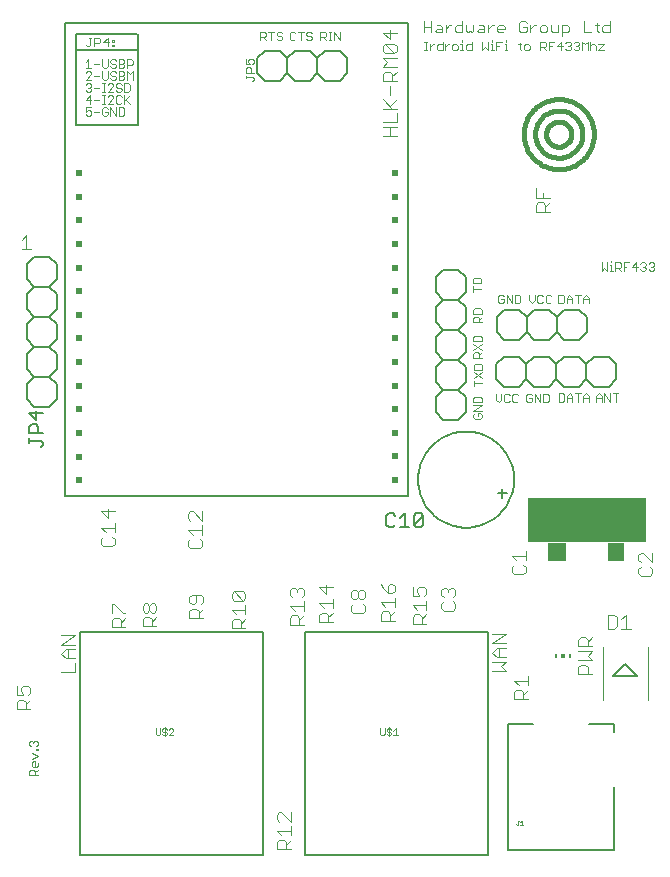
<source format=gto>
G75*
G70*
%OFA0B0*%
%FSLAX24Y24*%
%IPPOS*%
%LPD*%
%AMOC8*
5,1,8,0,0,1.08239X$1,22.5*
%
%ADD10C,0.0030*%
%ADD11C,0.0020*%
%ADD12C,0.0040*%
%ADD13C,0.0160*%
%ADD14C,0.0059*%
%ADD15R,0.0200X0.0200*%
%ADD16C,0.0050*%
%ADD17C,0.0060*%
%ADD18C,0.0080*%
%ADD19C,0.0010*%
%ADD20R,0.0059X0.0118*%
%ADD21R,0.0118X0.0118*%
%ADD22R,0.3937X0.1496*%
%ADD23R,0.0591X0.0630*%
%ADD24R,0.0551X0.0630*%
D10*
X008083Y027406D02*
X008083Y027496D01*
X008083Y027451D02*
X008308Y027451D01*
X008353Y027406D01*
X008353Y027361D01*
X008308Y027316D01*
X008263Y027593D02*
X008263Y027728D01*
X008218Y027773D01*
X008128Y027773D01*
X008083Y027728D01*
X008083Y027593D01*
X008353Y027593D01*
X008308Y027869D02*
X008353Y027914D01*
X008353Y028004D01*
X008308Y028049D01*
X008218Y028049D01*
X008173Y028004D01*
X008173Y027959D01*
X008218Y027869D01*
X008083Y027869D01*
X008083Y028049D01*
X003685Y028469D02*
X003636Y028469D01*
X003636Y028518D01*
X003685Y028518D01*
X003685Y028469D01*
X003685Y028614D02*
X003636Y028614D01*
X003636Y028663D01*
X003685Y028663D01*
X003685Y028614D01*
X003535Y028614D02*
X003342Y028614D01*
X003487Y028759D01*
X003487Y028469D01*
X003241Y028614D02*
X003241Y028711D01*
X003192Y028759D01*
X003047Y028759D01*
X003047Y028469D01*
X003047Y028566D02*
X003192Y028566D01*
X003241Y028614D01*
X002946Y028759D02*
X002849Y028759D01*
X002898Y028759D02*
X002898Y028518D01*
X002849Y028469D01*
X002801Y028469D01*
X002753Y028518D01*
X014020Y028935D02*
X014020Y029305D01*
X014020Y029120D02*
X014267Y029120D01*
X014389Y028996D02*
X014451Y028935D01*
X014636Y028935D01*
X014636Y029120D01*
X014574Y029182D01*
X014451Y029182D01*
X014451Y029058D02*
X014636Y029058D01*
X014757Y029058D02*
X014881Y029182D01*
X014942Y029182D01*
X015064Y029120D02*
X015126Y029182D01*
X015311Y029182D01*
X015432Y029182D02*
X015432Y028996D01*
X015494Y028935D01*
X015556Y028996D01*
X015617Y028935D01*
X015679Y028996D01*
X015679Y029182D01*
X015862Y029182D02*
X015986Y029182D01*
X016048Y029120D01*
X016048Y028935D01*
X015862Y028935D01*
X015801Y028996D01*
X015862Y029058D01*
X016048Y029058D01*
X016169Y029058D02*
X016292Y029182D01*
X016354Y029182D01*
X016476Y029120D02*
X016538Y029182D01*
X016661Y029182D01*
X016723Y029120D01*
X016723Y029058D01*
X016476Y029058D01*
X016476Y028996D02*
X016476Y029120D01*
X016476Y028996D02*
X016538Y028935D01*
X016661Y028935D01*
X016169Y028935D02*
X016169Y029182D01*
X015311Y029305D02*
X015311Y028935D01*
X015126Y028935D01*
X015064Y028996D01*
X015064Y029120D01*
X014757Y029182D02*
X014757Y028935D01*
X014451Y029058D02*
X014389Y028996D01*
X014267Y028935D02*
X014267Y029305D01*
X017213Y029243D02*
X017213Y028996D01*
X017274Y028935D01*
X017398Y028935D01*
X017459Y028996D01*
X017459Y029120D01*
X017336Y029120D01*
X017459Y029243D02*
X017398Y029305D01*
X017274Y029305D01*
X017213Y029243D01*
X017581Y029182D02*
X017581Y028935D01*
X017581Y029058D02*
X017704Y029182D01*
X017766Y029182D01*
X017888Y029120D02*
X017888Y028996D01*
X017949Y028935D01*
X018073Y028935D01*
X018135Y028996D01*
X018135Y029120D01*
X018073Y029182D01*
X017949Y029182D01*
X017888Y029120D01*
X018256Y029182D02*
X018256Y028996D01*
X018318Y028935D01*
X018503Y028935D01*
X018503Y029182D01*
X018624Y029182D02*
X018624Y028811D01*
X018624Y028935D02*
X018810Y028935D01*
X018871Y028996D01*
X018871Y029120D01*
X018810Y029182D01*
X018624Y029182D01*
X019361Y029305D02*
X019361Y028935D01*
X019608Y028935D01*
X019791Y028996D02*
X019853Y028935D01*
X019791Y028996D02*
X019791Y029243D01*
X019729Y029182D02*
X019853Y029182D01*
X019975Y029120D02*
X020037Y029182D01*
X020222Y029182D01*
X020222Y029305D02*
X020222Y028935D01*
X020037Y028935D01*
X019975Y028996D01*
X019975Y029120D01*
D11*
X020035Y028532D02*
X019848Y028532D01*
X019759Y028486D02*
X019759Y028345D01*
X019848Y028345D02*
X020035Y028345D01*
X020035Y028532D02*
X019848Y028345D01*
X019759Y028486D02*
X019712Y028532D01*
X019619Y028532D01*
X019572Y028486D01*
X019572Y028626D02*
X019572Y028345D01*
X019483Y028345D02*
X019483Y028626D01*
X019389Y028532D01*
X019296Y028626D01*
X019296Y028345D01*
X019207Y028392D02*
X019160Y028345D01*
X019066Y028345D01*
X019020Y028392D01*
X018930Y028392D02*
X018884Y028345D01*
X018790Y028345D01*
X018744Y028392D01*
X018654Y028486D02*
X018467Y028486D01*
X018607Y028626D01*
X018607Y028345D01*
X018837Y028486D02*
X018884Y028486D01*
X018930Y028439D01*
X018930Y028392D01*
X018884Y028486D02*
X018930Y028532D01*
X018930Y028579D01*
X018884Y028626D01*
X018790Y028626D01*
X018744Y028579D01*
X019020Y028579D02*
X019066Y028626D01*
X019160Y028626D01*
X019207Y028579D01*
X019207Y028532D01*
X019160Y028486D01*
X019207Y028439D01*
X019207Y028392D01*
X019160Y028486D02*
X019113Y028486D01*
X018378Y028626D02*
X018191Y028626D01*
X018191Y028345D01*
X018102Y028345D02*
X018008Y028439D01*
X018055Y028439D02*
X017915Y028439D01*
X017915Y028345D02*
X017915Y028626D01*
X018055Y028626D01*
X018102Y028579D01*
X018102Y028486D01*
X018055Y028439D01*
X018191Y028486D02*
X018284Y028486D01*
X017549Y028486D02*
X017502Y028532D01*
X017409Y028532D01*
X017362Y028486D01*
X017362Y028392D01*
X017409Y028345D01*
X017502Y028345D01*
X017549Y028392D01*
X017549Y028486D01*
X017272Y028532D02*
X017178Y028532D01*
X017225Y028579D02*
X017225Y028392D01*
X017272Y028345D01*
X016811Y028345D02*
X016718Y028345D01*
X016765Y028345D02*
X016765Y028532D01*
X016718Y028532D01*
X016765Y028626D02*
X016765Y028672D01*
X016628Y028626D02*
X016442Y028626D01*
X016442Y028345D01*
X016351Y028345D02*
X016257Y028345D01*
X016304Y028345D02*
X016304Y028532D01*
X016257Y028532D01*
X016304Y028626D02*
X016304Y028672D01*
X016168Y028626D02*
X016168Y028345D01*
X016075Y028439D01*
X015981Y028345D01*
X015981Y028626D01*
X015616Y028626D02*
X015616Y028345D01*
X015475Y028345D01*
X015429Y028392D01*
X015429Y028486D01*
X015475Y028532D01*
X015616Y028532D01*
X015291Y028532D02*
X015291Y028345D01*
X015245Y028345D02*
X015338Y028345D01*
X015155Y028392D02*
X015155Y028486D01*
X015108Y028532D01*
X015015Y028532D01*
X014968Y028486D01*
X014968Y028392D01*
X015015Y028345D01*
X015108Y028345D01*
X015155Y028392D01*
X015245Y028532D02*
X015291Y028532D01*
X015291Y028626D02*
X015291Y028672D01*
X014878Y028532D02*
X014832Y028532D01*
X014738Y028439D01*
X014738Y028532D02*
X014738Y028345D01*
X014649Y028345D02*
X014509Y028345D01*
X014462Y028392D01*
X014462Y028486D01*
X014509Y028532D01*
X014649Y028532D01*
X014649Y028626D02*
X014649Y028345D01*
X014372Y028532D02*
X014325Y028532D01*
X014232Y028439D01*
X014232Y028532D02*
X014232Y028345D01*
X014141Y028345D02*
X014048Y028345D01*
X014094Y028345D02*
X014094Y028626D01*
X014048Y028626D02*
X014141Y028626D01*
X016442Y028486D02*
X016535Y028486D01*
X011224Y028676D02*
X011224Y028956D01*
X011037Y028956D02*
X011224Y028676D01*
X011037Y028676D02*
X011037Y028956D01*
X010947Y028956D02*
X010853Y028956D01*
X010900Y028956D02*
X010900Y028676D01*
X010853Y028676D02*
X010947Y028676D01*
X010764Y028676D02*
X010670Y028769D01*
X010717Y028769D02*
X010577Y028769D01*
X010577Y028676D02*
X010577Y028956D01*
X010717Y028956D01*
X010764Y028909D01*
X010764Y028816D01*
X010717Y028769D01*
X010293Y028769D02*
X010293Y028722D01*
X010246Y028676D01*
X010153Y028676D01*
X010106Y028722D01*
X010153Y028816D02*
X010246Y028816D01*
X010293Y028769D01*
X010293Y028909D02*
X010246Y028956D01*
X010153Y028956D01*
X010106Y028909D01*
X010106Y028862D01*
X010153Y028816D01*
X010016Y028956D02*
X009830Y028956D01*
X009923Y028956D02*
X009923Y028676D01*
X009740Y028722D02*
X009693Y028676D01*
X009600Y028676D01*
X009553Y028722D01*
X009553Y028909D01*
X009600Y028956D01*
X009693Y028956D01*
X009740Y028909D01*
X009308Y028909D02*
X009262Y028956D01*
X009168Y028956D01*
X009122Y028909D01*
X009122Y028862D01*
X009168Y028816D01*
X009262Y028816D01*
X009308Y028769D01*
X009308Y028722D01*
X009262Y028676D01*
X009168Y028676D01*
X009122Y028722D01*
X008939Y028676D02*
X008939Y028956D01*
X009032Y028956D02*
X008845Y028956D01*
X008756Y028909D02*
X008756Y028816D01*
X008709Y028769D01*
X008569Y028769D01*
X008569Y028676D02*
X008569Y028956D01*
X008709Y028956D01*
X008756Y028909D01*
X008663Y028769D02*
X008756Y028676D01*
X004319Y027988D02*
X004319Y027895D01*
X004273Y027848D01*
X004132Y027848D01*
X004043Y027848D02*
X004043Y027801D01*
X003996Y027755D01*
X003856Y027755D01*
X003856Y028035D01*
X003996Y028035D01*
X004043Y027988D01*
X004043Y027941D01*
X003996Y027895D01*
X003856Y027895D01*
X003767Y027848D02*
X003767Y027801D01*
X003720Y027755D01*
X003627Y027755D01*
X003580Y027801D01*
X003491Y027801D02*
X003491Y028035D01*
X003580Y027988D02*
X003580Y027941D01*
X003627Y027895D01*
X003720Y027895D01*
X003767Y027848D01*
X003767Y027988D02*
X003720Y028035D01*
X003627Y028035D01*
X003580Y027988D01*
X003491Y027801D02*
X003444Y027755D01*
X003350Y027755D01*
X003304Y027801D01*
X003304Y028035D01*
X003214Y027895D02*
X003028Y027895D01*
X002938Y027755D02*
X002751Y027755D01*
X002845Y027755D02*
X002845Y028035D01*
X002751Y027941D01*
X002798Y027635D02*
X002751Y027588D01*
X002798Y027635D02*
X002891Y027635D01*
X002938Y027588D01*
X002938Y027541D01*
X002751Y027355D01*
X002938Y027355D01*
X002891Y027235D02*
X002938Y027188D01*
X002938Y027141D01*
X002891Y027095D01*
X002938Y027048D01*
X002938Y027001D01*
X002891Y026955D01*
X002798Y026955D01*
X002751Y027001D01*
X002845Y027095D02*
X002891Y027095D01*
X003028Y027095D02*
X003214Y027095D01*
X003304Y027235D02*
X003397Y027235D01*
X003350Y027235D02*
X003350Y026955D01*
X003304Y026955D02*
X003397Y026955D01*
X003488Y026955D02*
X003675Y027141D01*
X003675Y027188D01*
X003628Y027235D01*
X003535Y027235D01*
X003488Y027188D01*
X003444Y027355D02*
X003491Y027401D01*
X003491Y027635D01*
X003580Y027588D02*
X003580Y027541D01*
X003627Y027495D01*
X003720Y027495D01*
X003767Y027448D01*
X003767Y027401D01*
X003720Y027355D01*
X003627Y027355D01*
X003580Y027401D01*
X003444Y027355D02*
X003350Y027355D01*
X003304Y027401D01*
X003304Y027635D01*
X003214Y027495D02*
X003028Y027495D01*
X002891Y027235D02*
X002798Y027235D01*
X002751Y027188D01*
X002891Y026835D02*
X002751Y026695D01*
X002938Y026695D01*
X003028Y026695D02*
X003214Y026695D01*
X003304Y026835D02*
X003397Y026835D01*
X003350Y026835D02*
X003350Y026555D01*
X003304Y026555D02*
X003397Y026555D01*
X003488Y026555D02*
X003675Y026741D01*
X003675Y026788D01*
X003628Y026835D01*
X003535Y026835D01*
X003488Y026788D01*
X003488Y026955D02*
X003675Y026955D01*
X003764Y027001D02*
X003811Y026955D01*
X003904Y026955D01*
X003951Y027001D01*
X003951Y027048D01*
X003904Y027095D01*
X003811Y027095D01*
X003764Y027141D01*
X003764Y027188D01*
X003811Y027235D01*
X003904Y027235D01*
X003951Y027188D01*
X004040Y027235D02*
X004040Y026955D01*
X004181Y026955D01*
X004227Y027001D01*
X004227Y027188D01*
X004181Y027235D01*
X004040Y027235D01*
X003996Y027355D02*
X004043Y027401D01*
X004043Y027448D01*
X003996Y027495D01*
X003856Y027495D01*
X003767Y027588D02*
X003720Y027635D01*
X003627Y027635D01*
X003580Y027588D01*
X003856Y027635D02*
X003856Y027355D01*
X003996Y027355D01*
X004132Y027355D02*
X004132Y027635D01*
X004226Y027541D01*
X004319Y027635D01*
X004319Y027355D01*
X004043Y027541D02*
X003996Y027495D01*
X004043Y027541D02*
X004043Y027588D01*
X003996Y027635D01*
X003856Y027635D01*
X004043Y027848D02*
X003996Y027895D01*
X004132Y027755D02*
X004132Y028035D01*
X004273Y028035D01*
X004319Y027988D01*
X004227Y026835D02*
X004040Y026648D01*
X004087Y026695D02*
X004227Y026555D01*
X004040Y026555D02*
X004040Y026835D01*
X003951Y026788D02*
X003904Y026835D01*
X003811Y026835D01*
X003764Y026788D01*
X003764Y026601D01*
X003811Y026555D01*
X003904Y026555D01*
X003951Y026601D01*
X003996Y026435D02*
X003856Y026435D01*
X003856Y026155D01*
X003996Y026155D01*
X004043Y026201D01*
X004043Y026388D01*
X003996Y026435D01*
X003767Y026435D02*
X003767Y026155D01*
X003580Y026435D01*
X003580Y026155D01*
X003491Y026201D02*
X003491Y026295D01*
X003397Y026295D01*
X003304Y026388D02*
X003304Y026201D01*
X003350Y026155D01*
X003444Y026155D01*
X003491Y026201D01*
X003491Y026388D02*
X003444Y026435D01*
X003350Y026435D01*
X003304Y026388D01*
X003214Y026295D02*
X003028Y026295D01*
X002938Y026295D02*
X002938Y026201D01*
X002891Y026155D01*
X002798Y026155D01*
X002751Y026201D01*
X002751Y026295D02*
X002845Y026341D01*
X002891Y026341D01*
X002938Y026295D01*
X002938Y026435D02*
X002751Y026435D01*
X002751Y026295D01*
X002891Y026555D02*
X002891Y026835D01*
X003488Y026555D02*
X003675Y026555D01*
X015654Y020706D02*
X015654Y020566D01*
X015934Y020566D01*
X015934Y020706D01*
X015888Y020753D01*
X015701Y020753D01*
X015654Y020706D01*
X015654Y020477D02*
X015654Y020290D01*
X015654Y020383D02*
X015934Y020383D01*
X016508Y020132D02*
X016508Y019945D01*
X016555Y019898D01*
X016648Y019898D01*
X016695Y019945D01*
X016695Y020038D01*
X016602Y020038D01*
X016695Y020132D02*
X016648Y020179D01*
X016555Y020179D01*
X016508Y020132D01*
X016785Y020179D02*
X016785Y019898D01*
X016971Y019898D02*
X016785Y020179D01*
X016971Y020179D02*
X016971Y019898D01*
X017061Y019898D02*
X017061Y020179D01*
X017201Y020179D01*
X017248Y020132D01*
X017248Y019945D01*
X017201Y019898D01*
X017061Y019898D01*
X017531Y019999D02*
X017624Y019906D01*
X017718Y019999D01*
X017718Y020186D01*
X017807Y020139D02*
X017807Y019952D01*
X017854Y019906D01*
X017947Y019906D01*
X017994Y019952D01*
X018083Y019952D02*
X018130Y019906D01*
X018223Y019906D01*
X018270Y019952D01*
X018083Y019952D02*
X018083Y020139D01*
X018130Y020186D01*
X018223Y020186D01*
X018270Y020139D01*
X018513Y020189D02*
X018513Y019908D01*
X018653Y019908D01*
X018700Y019955D01*
X018700Y020142D01*
X018653Y020189D01*
X018513Y020189D01*
X018789Y020095D02*
X018789Y019908D01*
X018789Y020048D02*
X018976Y020048D01*
X018976Y020095D02*
X018976Y019908D01*
X019159Y019908D02*
X019159Y020189D01*
X019252Y020189D02*
X019065Y020189D01*
X018976Y020095D02*
X018882Y020189D01*
X018789Y020095D01*
X019342Y020095D02*
X019342Y019908D01*
X019342Y020048D02*
X019528Y020048D01*
X019528Y020095D02*
X019528Y019908D01*
X019528Y020095D02*
X019435Y020189D01*
X019342Y020095D01*
X019952Y020984D02*
X020046Y021077D01*
X020139Y020984D01*
X020139Y021264D01*
X020229Y021171D02*
X020275Y021171D01*
X020275Y020984D01*
X020229Y020984D02*
X020322Y020984D01*
X020413Y020984D02*
X020413Y021264D01*
X020553Y021264D01*
X020599Y021217D01*
X020599Y021124D01*
X020553Y021077D01*
X020413Y021077D01*
X020506Y021077D02*
X020599Y020984D01*
X020689Y020984D02*
X020689Y021264D01*
X020876Y021264D01*
X020965Y021124D02*
X021152Y021124D01*
X021241Y021217D02*
X021288Y021264D01*
X021381Y021264D01*
X021428Y021217D01*
X021428Y021171D01*
X021381Y021124D01*
X021428Y021077D01*
X021428Y021031D01*
X021381Y020984D01*
X021288Y020984D01*
X021241Y021031D01*
X021335Y021124D02*
X021381Y021124D01*
X021518Y021217D02*
X021564Y021264D01*
X021658Y021264D01*
X021704Y021217D01*
X021704Y021171D01*
X021658Y021124D01*
X021704Y021077D01*
X021704Y021031D01*
X021658Y020984D01*
X021564Y020984D01*
X021518Y021031D01*
X021611Y021124D02*
X021658Y021124D01*
X021105Y020984D02*
X021105Y021264D01*
X020965Y021124D01*
X020782Y021124D02*
X020689Y021124D01*
X020275Y021264D02*
X020275Y021311D01*
X019952Y021264D02*
X019952Y020984D01*
X017994Y020139D02*
X017947Y020186D01*
X017854Y020186D01*
X017807Y020139D01*
X017531Y020186D02*
X017531Y019999D01*
X015956Y019684D02*
X015910Y019731D01*
X015723Y019731D01*
X015676Y019684D01*
X015676Y019544D01*
X015956Y019544D01*
X015956Y019684D01*
X015956Y019454D02*
X015863Y019361D01*
X015863Y019408D02*
X015863Y019268D01*
X015956Y019268D02*
X015676Y019268D01*
X015676Y019408D01*
X015723Y019454D01*
X015816Y019454D01*
X015863Y019408D01*
X015910Y018822D02*
X015723Y018822D01*
X015676Y018776D01*
X015676Y018636D01*
X015956Y018636D01*
X015956Y018776D01*
X015910Y018822D01*
X015956Y018546D02*
X015676Y018359D01*
X015723Y018270D02*
X015676Y018223D01*
X015676Y018083D01*
X015956Y018083D01*
X015863Y018083D02*
X015863Y018223D01*
X015816Y018270D01*
X015723Y018270D01*
X015863Y018177D02*
X015956Y018270D01*
X015956Y018359D02*
X015676Y018546D01*
X015730Y017880D02*
X015683Y017834D01*
X015683Y017694D01*
X015964Y017694D01*
X015964Y017834D01*
X015917Y017880D01*
X015730Y017880D01*
X015683Y017604D02*
X015964Y017417D01*
X015964Y017234D02*
X015683Y017234D01*
X015683Y017141D02*
X015683Y017328D01*
X015683Y017417D02*
X015964Y017604D01*
X015910Y016792D02*
X015723Y016792D01*
X015676Y016745D01*
X015676Y016605D01*
X015956Y016605D01*
X015956Y016745D01*
X015910Y016792D01*
X015956Y016516D02*
X015676Y016516D01*
X015676Y016329D02*
X015956Y016516D01*
X015956Y016329D02*
X015676Y016329D01*
X015723Y016240D02*
X015676Y016193D01*
X015676Y016100D01*
X015723Y016053D01*
X015910Y016053D01*
X015956Y016100D01*
X015956Y016193D01*
X015910Y016240D01*
X015816Y016240D01*
X015816Y016146D01*
X016425Y016696D02*
X016518Y016603D01*
X016612Y016696D01*
X016612Y016883D01*
X016701Y016837D02*
X016701Y016650D01*
X016748Y016603D01*
X016841Y016603D01*
X016888Y016650D01*
X016977Y016650D02*
X017024Y016603D01*
X017117Y016603D01*
X017164Y016650D01*
X017164Y016837D02*
X017117Y016883D01*
X017024Y016883D01*
X016977Y016837D01*
X016977Y016650D01*
X016888Y016837D02*
X016841Y016883D01*
X016748Y016883D01*
X016701Y016837D01*
X016425Y016883D02*
X016425Y016696D01*
X017446Y016657D02*
X017493Y016610D01*
X017586Y016610D01*
X017633Y016657D01*
X017633Y016750D01*
X017540Y016750D01*
X017633Y016844D02*
X017586Y016891D01*
X017493Y016891D01*
X017446Y016844D01*
X017446Y016657D01*
X017722Y016610D02*
X017722Y016891D01*
X017909Y016610D01*
X017909Y016891D01*
X017999Y016891D02*
X017999Y016610D01*
X018139Y016610D01*
X018185Y016657D01*
X018185Y016844D01*
X018139Y016891D01*
X017999Y016891D01*
X018516Y016897D02*
X018516Y016617D01*
X018656Y016617D01*
X018703Y016663D01*
X018703Y016850D01*
X018656Y016897D01*
X018516Y016897D01*
X018792Y016804D02*
X018792Y016617D01*
X018792Y016757D02*
X018979Y016757D01*
X018979Y016804D02*
X018979Y016617D01*
X019162Y016617D02*
X019162Y016897D01*
X019255Y016897D02*
X019068Y016897D01*
X018979Y016804D02*
X018885Y016897D01*
X018792Y016804D01*
X019345Y016804D02*
X019345Y016617D01*
X019345Y016757D02*
X019531Y016757D01*
X019531Y016804D02*
X019531Y016617D01*
X019531Y016804D02*
X019438Y016897D01*
X019345Y016804D01*
X019770Y016806D02*
X019770Y016619D01*
X019770Y016760D02*
X019957Y016760D01*
X019957Y016806D02*
X019957Y016619D01*
X020046Y016619D02*
X020046Y016900D01*
X020233Y016619D01*
X020233Y016900D01*
X020323Y016900D02*
X020509Y016900D01*
X020416Y016900D02*
X020416Y016619D01*
X019957Y016806D02*
X019864Y016900D01*
X019770Y016806D01*
X013086Y005732D02*
X013086Y005511D01*
X013159Y005511D02*
X013012Y005511D01*
X012938Y005548D02*
X012938Y005585D01*
X012901Y005622D01*
X012828Y005622D01*
X012791Y005658D01*
X012791Y005695D01*
X012828Y005732D01*
X012901Y005732D01*
X012938Y005695D01*
X013012Y005658D02*
X013086Y005732D01*
X012865Y005768D02*
X012865Y005475D01*
X012901Y005511D02*
X012938Y005548D01*
X012901Y005511D02*
X012828Y005511D01*
X012791Y005548D01*
X012717Y005548D02*
X012717Y005732D01*
X012570Y005732D02*
X012570Y005548D01*
X012607Y005511D01*
X012680Y005511D01*
X012717Y005548D01*
X005679Y005511D02*
X005532Y005511D01*
X005679Y005658D01*
X005679Y005695D01*
X005642Y005732D01*
X005569Y005732D01*
X005532Y005695D01*
X005458Y005695D02*
X005421Y005732D01*
X005348Y005732D01*
X005311Y005695D01*
X005311Y005658D01*
X005348Y005622D01*
X005421Y005622D01*
X005458Y005585D01*
X005458Y005548D01*
X005421Y005511D01*
X005348Y005511D01*
X005311Y005548D01*
X005237Y005548D02*
X005237Y005732D01*
X005090Y005732D02*
X005090Y005548D01*
X005127Y005511D01*
X005200Y005511D01*
X005237Y005548D01*
X005384Y005475D02*
X005384Y005768D01*
X001153Y005280D02*
X001153Y005186D01*
X001106Y005140D01*
X001106Y005048D02*
X001153Y005048D01*
X001153Y005002D01*
X001106Y005002D01*
X001106Y005048D01*
X000966Y004912D02*
X001153Y004819D01*
X000966Y004725D01*
X001013Y004636D02*
X001059Y004636D01*
X001059Y004449D01*
X001013Y004449D02*
X000966Y004496D01*
X000966Y004589D01*
X001013Y004636D01*
X001153Y004589D02*
X001153Y004496D01*
X001106Y004449D01*
X001013Y004449D01*
X001013Y004360D02*
X001059Y004313D01*
X001059Y004173D01*
X001059Y004266D02*
X001153Y004360D01*
X001013Y004360D02*
X000919Y004360D01*
X000872Y004313D01*
X000872Y004173D01*
X001153Y004173D01*
X000919Y005140D02*
X000872Y005186D01*
X000872Y005280D01*
X000919Y005326D01*
X000966Y005326D01*
X001013Y005280D01*
X001059Y005326D01*
X001106Y005326D01*
X001153Y005280D01*
X001013Y005280D02*
X001013Y005233D01*
D12*
X000911Y006388D02*
X000451Y006388D01*
X000451Y006619D01*
X000527Y006695D01*
X000681Y006695D01*
X000758Y006619D01*
X000758Y006388D01*
X000758Y006542D02*
X000911Y006695D01*
X000834Y006849D02*
X000911Y006926D01*
X000911Y007079D01*
X000834Y007156D01*
X000681Y007156D01*
X000604Y007079D01*
X000604Y007002D01*
X000681Y006849D01*
X000451Y006849D01*
X000451Y007156D01*
X001930Y007605D02*
X002391Y007605D01*
X002391Y007912D01*
X002391Y008065D02*
X002084Y008065D01*
X001930Y008219D01*
X002084Y008372D01*
X002391Y008372D01*
X002391Y008526D02*
X001930Y008526D01*
X002391Y008833D01*
X001930Y008833D01*
X002161Y008372D02*
X002161Y008065D01*
X003622Y009107D02*
X003622Y009337D01*
X003698Y009414D01*
X003852Y009414D01*
X003928Y009337D01*
X003928Y009107D01*
X003928Y009260D02*
X004082Y009414D01*
X004082Y009567D02*
X004005Y009567D01*
X003698Y009874D01*
X003622Y009874D01*
X003622Y009567D01*
X003622Y009107D02*
X004082Y009107D01*
X004649Y009133D02*
X004649Y009363D01*
X004726Y009439D01*
X004880Y009439D01*
X004956Y009363D01*
X004956Y009133D01*
X004956Y009286D02*
X005110Y009439D01*
X005033Y009593D02*
X004956Y009593D01*
X004880Y009670D01*
X004880Y009823D01*
X004956Y009900D01*
X005033Y009900D01*
X005110Y009823D01*
X005110Y009670D01*
X005033Y009593D01*
X004880Y009670D02*
X004803Y009593D01*
X004726Y009593D01*
X004649Y009670D01*
X004649Y009823D01*
X004726Y009900D01*
X004803Y009900D01*
X004880Y009823D01*
X005110Y009133D02*
X004649Y009133D01*
X006214Y009414D02*
X006214Y009645D01*
X006290Y009721D01*
X006444Y009721D01*
X006521Y009645D01*
X006521Y009414D01*
X006674Y009414D02*
X006214Y009414D01*
X006521Y009568D02*
X006674Y009721D01*
X006597Y009875D02*
X006674Y009952D01*
X006674Y010105D01*
X006597Y010182D01*
X006290Y010182D01*
X006214Y010105D01*
X006214Y009952D01*
X006290Y009875D01*
X006367Y009875D01*
X006444Y009952D01*
X006444Y010182D01*
X007620Y010224D02*
X007620Y010071D01*
X007697Y009994D01*
X008004Y009994D01*
X007697Y010301D01*
X008004Y010301D01*
X008080Y010224D01*
X008080Y010071D01*
X008004Y009994D01*
X008080Y009840D02*
X008080Y009534D01*
X008080Y009687D02*
X007620Y009687D01*
X007774Y009534D01*
X007850Y009380D02*
X007927Y009303D01*
X007927Y009073D01*
X008080Y009073D02*
X007620Y009073D01*
X007620Y009303D01*
X007697Y009380D01*
X007850Y009380D01*
X007927Y009227D02*
X008080Y009380D01*
X007620Y010224D02*
X007697Y010301D01*
X006551Y011736D02*
X006628Y011812D01*
X006628Y011966D01*
X006551Y012043D01*
X006628Y012196D02*
X006628Y012503D01*
X006628Y012350D02*
X006167Y012350D01*
X006321Y012196D01*
X006244Y012043D02*
X006167Y011966D01*
X006167Y011812D01*
X006244Y011736D01*
X006551Y011736D01*
X006628Y012657D02*
X006321Y012963D01*
X006244Y012963D01*
X006167Y012887D01*
X006167Y012733D01*
X006244Y012657D01*
X006628Y012657D02*
X006628Y012963D01*
X003723Y012964D02*
X003263Y012964D01*
X003493Y012734D01*
X003493Y013041D01*
X003723Y012580D02*
X003723Y012273D01*
X003723Y012427D02*
X003263Y012427D01*
X003416Y012273D01*
X003339Y012120D02*
X003263Y012043D01*
X003263Y011890D01*
X003339Y011813D01*
X003646Y011813D01*
X003723Y011890D01*
X003723Y012043D01*
X003646Y012120D01*
X009569Y010347D02*
X009646Y010424D01*
X009723Y010424D01*
X009799Y010347D01*
X009876Y010424D01*
X009953Y010424D01*
X010029Y010347D01*
X010029Y010194D01*
X009953Y010117D01*
X010029Y009964D02*
X010029Y009657D01*
X010029Y009810D02*
X009569Y009810D01*
X009723Y009657D01*
X009799Y009503D02*
X009646Y009503D01*
X009569Y009427D01*
X009569Y009196D01*
X010029Y009196D01*
X009876Y009196D02*
X009876Y009427D01*
X009799Y009503D01*
X009876Y009350D02*
X010029Y009503D01*
X010539Y009518D02*
X010616Y009595D01*
X010769Y009595D01*
X010846Y009518D01*
X010846Y009288D01*
X010846Y009441D02*
X010999Y009595D01*
X010999Y009748D02*
X010999Y010055D01*
X010999Y009902D02*
X010539Y009902D01*
X010693Y009748D01*
X010539Y009518D02*
X010539Y009288D01*
X010999Y009288D01*
X011599Y009654D02*
X011676Y009577D01*
X011983Y009577D01*
X012059Y009654D01*
X012059Y009807D01*
X011983Y009884D01*
X011983Y010037D02*
X011906Y010037D01*
X011829Y010114D01*
X011829Y010267D01*
X011906Y010344D01*
X011983Y010344D01*
X012059Y010267D01*
X012059Y010114D01*
X011983Y010037D01*
X011829Y010114D02*
X011753Y010037D01*
X011676Y010037D01*
X011599Y010114D01*
X011599Y010267D01*
X011676Y010344D01*
X011753Y010344D01*
X011829Y010267D01*
X011676Y009884D02*
X011599Y009807D01*
X011599Y009654D01*
X010999Y010439D02*
X010539Y010439D01*
X010769Y010208D01*
X010769Y010515D01*
X009799Y010347D02*
X009799Y010271D01*
X009646Y010117D02*
X009569Y010194D01*
X009569Y010347D01*
X012589Y010555D02*
X012666Y010402D01*
X012819Y010248D01*
X012819Y010479D01*
X012896Y010555D01*
X012973Y010555D01*
X013049Y010479D01*
X013049Y010325D01*
X012973Y010248D01*
X012819Y010248D01*
X013049Y010095D02*
X013049Y009788D01*
X013049Y009635D02*
X012896Y009481D01*
X012896Y009558D02*
X012896Y009328D01*
X013049Y009328D02*
X012589Y009328D01*
X012589Y009558D01*
X012666Y009635D01*
X012819Y009635D01*
X012896Y009558D01*
X012743Y009788D02*
X012589Y009942D01*
X013049Y009942D01*
X013649Y009840D02*
X014109Y009840D01*
X014109Y009687D02*
X014109Y009994D01*
X014033Y010147D02*
X014109Y010224D01*
X014109Y010377D01*
X014033Y010454D01*
X013879Y010454D01*
X013803Y010377D01*
X013803Y010301D01*
X013879Y010147D01*
X013649Y010147D01*
X013649Y010454D01*
X013649Y009840D02*
X013803Y009687D01*
X013879Y009533D02*
X013956Y009457D01*
X013956Y009226D01*
X014109Y009226D02*
X013649Y009226D01*
X013649Y009457D01*
X013726Y009533D01*
X013879Y009533D01*
X013956Y009380D02*
X014109Y009533D01*
X014609Y009734D02*
X014686Y009657D01*
X014993Y009657D01*
X015069Y009734D01*
X015069Y009887D01*
X014993Y009964D01*
X014993Y010117D02*
X015069Y010194D01*
X015069Y010347D01*
X014993Y010424D01*
X014916Y010424D01*
X014839Y010347D01*
X014839Y010271D01*
X014839Y010347D02*
X014763Y010424D01*
X014686Y010424D01*
X014609Y010347D01*
X014609Y010194D01*
X014686Y010117D01*
X014686Y009964D02*
X014609Y009887D01*
X014609Y009734D01*
X016300Y008872D02*
X016761Y008872D01*
X016300Y008565D01*
X016761Y008565D01*
X016761Y008411D02*
X016454Y008411D01*
X016300Y008258D01*
X016454Y008105D01*
X016761Y008105D01*
X016761Y007951D02*
X016300Y007951D01*
X016531Y008105D02*
X016531Y008411D01*
X016761Y007951D02*
X016607Y007798D01*
X016761Y007644D01*
X016300Y007644D01*
X017039Y007319D02*
X017499Y007319D01*
X017499Y007472D02*
X017499Y007165D01*
X017499Y007012D02*
X017346Y006858D01*
X017346Y006935D02*
X017346Y006705D01*
X017499Y006705D02*
X017039Y006705D01*
X017039Y006935D01*
X017115Y007012D01*
X017269Y007012D01*
X017346Y006935D01*
X017192Y007165D02*
X017039Y007319D01*
X019179Y007544D02*
X019179Y007775D01*
X019255Y007851D01*
X019409Y007851D01*
X019486Y007775D01*
X019486Y007544D01*
X019639Y007544D02*
X019179Y007544D01*
X019179Y008005D02*
X019639Y008005D01*
X019486Y008158D01*
X019639Y008312D01*
X019179Y008312D01*
X019179Y008465D02*
X019179Y008695D01*
X019255Y008772D01*
X019409Y008772D01*
X019486Y008695D01*
X019486Y008465D01*
X019639Y008465D02*
X019179Y008465D01*
X019486Y008619D02*
X019639Y008772D01*
X019989Y008456D02*
X019989Y006676D01*
X021489Y006676D02*
X021489Y008456D01*
X020916Y009056D02*
X020610Y009056D01*
X020763Y009056D02*
X020763Y009516D01*
X020610Y009363D01*
X020456Y009439D02*
X020379Y009516D01*
X020149Y009516D01*
X020149Y009056D01*
X020379Y009056D01*
X020456Y009132D01*
X020456Y009439D01*
X021254Y010822D02*
X021561Y010822D01*
X021638Y010899D01*
X021638Y011053D01*
X021561Y011129D01*
X021638Y011283D02*
X021331Y011590D01*
X021254Y011590D01*
X021177Y011513D01*
X021177Y011359D01*
X021254Y011283D01*
X021254Y011129D02*
X021177Y011053D01*
X021177Y010899D01*
X021254Y010822D01*
X021638Y011283D02*
X021638Y011590D01*
X017421Y011639D02*
X017421Y011333D01*
X017421Y011486D02*
X016961Y011486D01*
X017114Y011333D01*
X017037Y011179D02*
X016961Y011102D01*
X016961Y010949D01*
X017037Y010872D01*
X017344Y010872D01*
X017421Y010949D01*
X017421Y011102D01*
X017344Y011179D01*
X009587Y002933D02*
X009587Y002626D01*
X009280Y002933D01*
X009203Y002933D01*
X009127Y002856D01*
X009127Y002703D01*
X009203Y002626D01*
X009127Y002319D02*
X009587Y002319D01*
X009587Y002166D02*
X009587Y002472D01*
X009280Y002166D02*
X009127Y002319D01*
X009203Y002012D02*
X009127Y001935D01*
X009127Y001705D01*
X009587Y001705D01*
X009434Y001705D02*
X009434Y001935D01*
X009357Y002012D01*
X009203Y002012D01*
X009434Y001859D02*
X009587Y002012D01*
X000931Y021717D02*
X000624Y021717D01*
X000777Y021717D02*
X000777Y022177D01*
X000624Y022024D01*
X012658Y025474D02*
X013118Y025474D01*
X012888Y025474D02*
X012888Y025781D01*
X012658Y025781D02*
X013118Y025781D01*
X013118Y025935D02*
X013118Y026241D01*
X013118Y026395D02*
X012658Y026395D01*
X012888Y026472D02*
X013118Y026702D01*
X012888Y026855D02*
X012888Y027162D01*
X012965Y027316D02*
X012965Y027546D01*
X012888Y027623D01*
X012735Y027623D01*
X012658Y027546D01*
X012658Y027316D01*
X013118Y027316D01*
X012965Y027469D02*
X013118Y027623D01*
X013118Y027776D02*
X012658Y027776D01*
X012812Y027930D01*
X012658Y028083D01*
X013118Y028083D01*
X013042Y028237D02*
X012735Y028543D01*
X013042Y028543D01*
X013118Y028467D01*
X013118Y028313D01*
X013042Y028237D01*
X012735Y028237D01*
X012658Y028313D01*
X012658Y028467D01*
X012735Y028543D01*
X012888Y028697D02*
X012658Y028927D01*
X013118Y028927D01*
X012888Y029004D02*
X012888Y028697D01*
X012658Y026702D02*
X012965Y026395D01*
X013118Y025935D02*
X012658Y025935D01*
X017769Y023730D02*
X017769Y023423D01*
X018229Y023423D01*
X018229Y023269D02*
X018076Y023116D01*
X018076Y023193D02*
X018076Y022962D01*
X018229Y022962D02*
X017769Y022962D01*
X017769Y023193D01*
X017846Y023269D01*
X017999Y023269D01*
X018076Y023193D01*
X017999Y023423D02*
X017999Y023576D01*
D13*
X017356Y025541D02*
X017358Y025609D01*
X017364Y025677D01*
X017374Y025744D01*
X017388Y025811D01*
X017405Y025876D01*
X017426Y025941D01*
X017452Y026004D01*
X017480Y026066D01*
X017513Y026125D01*
X017548Y026183D01*
X017587Y026239D01*
X017629Y026292D01*
X017675Y026343D01*
X017723Y026391D01*
X017774Y026437D01*
X017827Y026479D01*
X017883Y026518D01*
X017940Y026553D01*
X018000Y026586D01*
X018062Y026614D01*
X018125Y026640D01*
X018190Y026661D01*
X018255Y026678D01*
X018322Y026692D01*
X018389Y026702D01*
X018457Y026708D01*
X018525Y026710D01*
X018593Y026708D01*
X018661Y026702D01*
X018728Y026692D01*
X018795Y026678D01*
X018860Y026661D01*
X018925Y026640D01*
X018988Y026614D01*
X019050Y026586D01*
X019109Y026553D01*
X019167Y026518D01*
X019223Y026479D01*
X019276Y026437D01*
X019327Y026391D01*
X019375Y026343D01*
X019421Y026292D01*
X019463Y026239D01*
X019502Y026183D01*
X019537Y026125D01*
X019570Y026066D01*
X019598Y026004D01*
X019624Y025941D01*
X019645Y025876D01*
X019662Y025811D01*
X019676Y025744D01*
X019686Y025677D01*
X019692Y025609D01*
X019694Y025541D01*
X019692Y025473D01*
X019686Y025405D01*
X019676Y025338D01*
X019662Y025271D01*
X019645Y025206D01*
X019624Y025141D01*
X019598Y025078D01*
X019570Y025016D01*
X019537Y024956D01*
X019502Y024899D01*
X019463Y024843D01*
X019421Y024790D01*
X019375Y024739D01*
X019327Y024691D01*
X019276Y024645D01*
X019223Y024603D01*
X019167Y024564D01*
X019110Y024529D01*
X019050Y024496D01*
X018988Y024468D01*
X018925Y024442D01*
X018860Y024421D01*
X018795Y024404D01*
X018728Y024390D01*
X018661Y024380D01*
X018593Y024374D01*
X018525Y024372D01*
X018457Y024374D01*
X018389Y024380D01*
X018322Y024390D01*
X018255Y024404D01*
X018190Y024421D01*
X018125Y024442D01*
X018062Y024468D01*
X018000Y024496D01*
X017940Y024529D01*
X017883Y024564D01*
X017827Y024603D01*
X017774Y024645D01*
X017723Y024691D01*
X017675Y024739D01*
X017629Y024790D01*
X017587Y024843D01*
X017548Y024899D01*
X017513Y024956D01*
X017480Y025016D01*
X017452Y025078D01*
X017426Y025141D01*
X017405Y025206D01*
X017388Y025271D01*
X017374Y025338D01*
X017364Y025405D01*
X017358Y025473D01*
X017356Y025541D01*
X017738Y025541D02*
X017740Y025597D01*
X017746Y025652D01*
X017756Y025706D01*
X017769Y025760D01*
X017787Y025813D01*
X017808Y025864D01*
X017832Y025914D01*
X017860Y025962D01*
X017892Y026008D01*
X017926Y026052D01*
X017964Y026093D01*
X018004Y026131D01*
X018047Y026166D01*
X018092Y026198D01*
X018140Y026227D01*
X018189Y026253D01*
X018240Y026275D01*
X018292Y026293D01*
X018346Y026307D01*
X018401Y026318D01*
X018456Y026325D01*
X018511Y026328D01*
X018567Y026327D01*
X018622Y026322D01*
X018677Y026313D01*
X018731Y026301D01*
X018784Y026284D01*
X018836Y026264D01*
X018886Y026240D01*
X018934Y026213D01*
X018981Y026183D01*
X019025Y026149D01*
X019067Y026112D01*
X019105Y026072D01*
X019142Y026030D01*
X019175Y025985D01*
X019204Y025939D01*
X019231Y025890D01*
X019253Y025839D01*
X019273Y025787D01*
X019288Y025733D01*
X019300Y025679D01*
X019308Y025624D01*
X019312Y025569D01*
X019312Y025513D01*
X019308Y025458D01*
X019300Y025403D01*
X019288Y025349D01*
X019273Y025295D01*
X019253Y025243D01*
X019231Y025192D01*
X019204Y025143D01*
X019175Y025097D01*
X019142Y025052D01*
X019105Y025010D01*
X019067Y024970D01*
X019025Y024933D01*
X018981Y024899D01*
X018934Y024869D01*
X018886Y024842D01*
X018836Y024818D01*
X018784Y024798D01*
X018731Y024781D01*
X018677Y024769D01*
X018622Y024760D01*
X018567Y024755D01*
X018511Y024754D01*
X018456Y024757D01*
X018401Y024764D01*
X018346Y024775D01*
X018292Y024789D01*
X018240Y024807D01*
X018189Y024829D01*
X018140Y024855D01*
X018092Y024884D01*
X018047Y024916D01*
X018004Y024951D01*
X017964Y024989D01*
X017926Y025030D01*
X017892Y025074D01*
X017860Y025120D01*
X017832Y025168D01*
X017808Y025218D01*
X017787Y025269D01*
X017769Y025322D01*
X017756Y025376D01*
X017746Y025430D01*
X017740Y025485D01*
X017738Y025541D01*
X018106Y025541D02*
X018108Y025581D01*
X018114Y025622D01*
X018123Y025661D01*
X018137Y025699D01*
X018154Y025736D01*
X018175Y025771D01*
X018198Y025803D01*
X018225Y025834D01*
X018255Y025861D01*
X018287Y025886D01*
X018321Y025907D01*
X018358Y025925D01*
X018396Y025939D01*
X018435Y025950D01*
X018474Y025957D01*
X018515Y025960D01*
X018555Y025959D01*
X018596Y025954D01*
X018635Y025945D01*
X018674Y025933D01*
X018711Y025917D01*
X018746Y025897D01*
X018779Y025874D01*
X018810Y025848D01*
X018839Y025819D01*
X018864Y025787D01*
X018886Y025753D01*
X018905Y025718D01*
X018920Y025680D01*
X018932Y025641D01*
X018940Y025602D01*
X018944Y025561D01*
X018944Y025521D01*
X018940Y025480D01*
X018932Y025441D01*
X018920Y025402D01*
X018905Y025364D01*
X018886Y025329D01*
X018864Y025295D01*
X018839Y025263D01*
X018810Y025234D01*
X018779Y025208D01*
X018746Y025185D01*
X018711Y025165D01*
X018674Y025149D01*
X018635Y025137D01*
X018596Y025128D01*
X018555Y025123D01*
X018515Y025122D01*
X018474Y025125D01*
X018435Y025132D01*
X018396Y025143D01*
X018358Y025157D01*
X018321Y025175D01*
X018287Y025196D01*
X018255Y025221D01*
X018225Y025248D01*
X018198Y025279D01*
X018175Y025311D01*
X018154Y025346D01*
X018137Y025383D01*
X018123Y025421D01*
X018114Y025460D01*
X018108Y025501D01*
X018106Y025541D01*
D14*
X004509Y025856D02*
X004509Y028336D01*
X004509Y028887D01*
X004470Y028887D02*
X002423Y028887D01*
X002423Y028336D01*
X004509Y028336D01*
X004509Y025856D02*
X002423Y025856D01*
X002423Y028336D01*
D15*
X002532Y024242D03*
X002532Y023454D03*
X002532Y022667D03*
X002532Y021879D03*
X002532Y021092D03*
X002532Y020305D03*
X002532Y019517D03*
X002532Y018730D03*
X002532Y017942D03*
X002532Y017155D03*
X002532Y016368D03*
X002532Y015580D03*
X002532Y014793D03*
X002532Y014005D03*
X013052Y014009D03*
X013052Y014797D03*
X013052Y015584D03*
X013052Y016371D03*
X013052Y017159D03*
X013052Y017946D03*
X013052Y018734D03*
X013052Y019521D03*
X013052Y020309D03*
X013052Y021096D03*
X013052Y021883D03*
X013052Y022671D03*
X013052Y023458D03*
X013052Y024246D03*
D16*
X008682Y001501D02*
X002580Y001501D01*
X002580Y008946D01*
X008682Y008946D01*
X008682Y001501D01*
X010060Y001501D02*
X016163Y001501D01*
X016163Y008946D01*
X010060Y008946D01*
X010060Y001501D01*
X012856Y012450D02*
X012781Y012525D01*
X012781Y012825D01*
X012856Y012900D01*
X013006Y012900D01*
X013081Y012825D01*
X013241Y012750D02*
X013391Y012900D01*
X013391Y012450D01*
X013241Y012450D02*
X013541Y012450D01*
X013702Y012525D02*
X013702Y012825D01*
X013777Y012900D01*
X013927Y012900D01*
X014002Y012825D01*
X013702Y012525D01*
X013777Y012450D01*
X013927Y012450D01*
X014002Y012525D01*
X014002Y012825D01*
X013493Y013486D02*
X013493Y029234D01*
X002075Y029234D01*
X002075Y013486D01*
X013493Y013486D01*
X013081Y012525D02*
X013006Y012450D01*
X012856Y012450D01*
X001326Y015178D02*
X001326Y015253D01*
X001251Y015328D01*
X000875Y015328D01*
X000875Y015253D02*
X000875Y015403D01*
X000875Y015563D02*
X000875Y015788D01*
X000951Y015863D01*
X001101Y015863D01*
X001176Y015788D01*
X001176Y015563D01*
X001326Y015563D02*
X000875Y015563D01*
X001101Y016024D02*
X001101Y016324D01*
X001326Y016249D02*
X000875Y016249D01*
X001101Y016024D01*
X001326Y015178D02*
X001251Y015103D01*
D17*
X001046Y016454D02*
X000796Y016704D01*
X000796Y017204D01*
X001046Y017454D01*
X000796Y017704D01*
X000796Y018204D01*
X001046Y018454D01*
X001546Y018454D01*
X001796Y018204D01*
X001796Y017704D01*
X001546Y017454D01*
X001796Y017204D01*
X001796Y016704D01*
X001546Y016454D01*
X001046Y016454D01*
X001046Y017454D02*
X001546Y017454D01*
X001546Y018454D02*
X001796Y018704D01*
X001796Y019204D01*
X001546Y019454D01*
X001796Y019704D01*
X001796Y020204D01*
X001546Y020454D01*
X001796Y020704D01*
X001796Y021204D01*
X001546Y021454D01*
X001046Y021454D01*
X000796Y021204D01*
X000796Y020704D01*
X001046Y020454D01*
X001546Y020454D01*
X001046Y020454D02*
X000796Y020204D01*
X000796Y019704D01*
X001046Y019454D01*
X001546Y019454D01*
X001046Y019454D02*
X000796Y019204D01*
X000796Y018704D01*
X001046Y018454D01*
X008732Y027324D02*
X008482Y027574D01*
X008482Y028074D01*
X008732Y028324D01*
X009232Y028324D01*
X009482Y028074D01*
X009732Y028324D01*
X010232Y028324D01*
X010482Y028074D01*
X010732Y028324D01*
X011232Y028324D01*
X011482Y028074D01*
X011482Y027574D01*
X011232Y027324D01*
X010732Y027324D01*
X010482Y027574D01*
X010232Y027324D01*
X009732Y027324D01*
X009482Y027574D01*
X009232Y027324D01*
X008732Y027324D01*
X009482Y027574D02*
X009482Y028074D01*
X010482Y028074D02*
X010482Y027574D01*
X014668Y021027D02*
X014418Y020777D01*
X014418Y020277D01*
X014668Y020027D01*
X014418Y019777D01*
X014418Y019277D01*
X014668Y019027D01*
X015168Y019027D01*
X015418Y019277D01*
X015418Y019777D01*
X015168Y020027D01*
X014668Y020027D01*
X015168Y020027D02*
X015418Y020277D01*
X015418Y020777D01*
X015168Y021027D01*
X014668Y021027D01*
X014668Y019027D02*
X014418Y018777D01*
X014418Y018277D01*
X014668Y018027D01*
X014418Y017777D01*
X014418Y017277D01*
X014668Y017027D01*
X014418Y016777D01*
X014418Y016277D01*
X014668Y016027D01*
X015168Y016027D01*
X015418Y016277D01*
X015418Y016777D01*
X015168Y017027D01*
X014668Y017027D01*
X015168Y017027D02*
X015418Y017277D01*
X015418Y017777D01*
X015168Y018027D01*
X014668Y018027D01*
X015168Y018027D02*
X015418Y018277D01*
X015418Y018777D01*
X015168Y019027D01*
X016449Y018934D02*
X016699Y018684D01*
X017199Y018684D01*
X017449Y018934D01*
X017699Y018684D01*
X018199Y018684D01*
X018449Y018934D01*
X018699Y018684D01*
X019199Y018684D01*
X019449Y018934D01*
X019449Y019434D01*
X019199Y019684D01*
X018699Y019684D01*
X018449Y019434D01*
X018449Y018934D01*
X018449Y019434D02*
X018199Y019684D01*
X017699Y019684D01*
X017449Y019434D01*
X017449Y018934D01*
X017449Y019434D02*
X017199Y019684D01*
X016699Y019684D01*
X016449Y019434D01*
X016449Y018934D01*
X016695Y018129D02*
X016445Y017879D01*
X016445Y017379D01*
X016695Y017129D01*
X017195Y017129D01*
X017445Y017379D01*
X017695Y017129D01*
X018195Y017129D01*
X018445Y017379D01*
X018445Y017879D01*
X018195Y018129D01*
X017695Y018129D01*
X017445Y017879D01*
X017445Y017379D01*
X017445Y017879D02*
X017195Y018129D01*
X016695Y018129D01*
X018445Y017879D02*
X018695Y018129D01*
X019195Y018129D01*
X019445Y017879D01*
X019695Y018129D01*
X020195Y018129D01*
X020445Y017879D01*
X020445Y017379D01*
X020195Y017129D01*
X019695Y017129D01*
X019445Y017379D01*
X019195Y017129D01*
X018695Y017129D01*
X018445Y017379D01*
X019445Y017379D02*
X019445Y017879D01*
X016637Y013725D02*
X016637Y013425D01*
X016787Y013575D02*
X016487Y013575D01*
X013837Y014025D02*
X013839Y014105D01*
X013845Y014184D01*
X013855Y014263D01*
X013869Y014342D01*
X013886Y014420D01*
X013908Y014497D01*
X013933Y014572D01*
X013963Y014646D01*
X013995Y014719D01*
X014032Y014790D01*
X014072Y014859D01*
X014115Y014926D01*
X014162Y014991D01*
X014211Y015053D01*
X014264Y015113D01*
X014320Y015170D01*
X014378Y015225D01*
X014439Y015276D01*
X014503Y015324D01*
X014569Y015369D01*
X014637Y015411D01*
X014707Y015449D01*
X014779Y015483D01*
X014852Y015514D01*
X014927Y015542D01*
X015004Y015565D01*
X015081Y015585D01*
X015159Y015601D01*
X015238Y015613D01*
X015317Y015621D01*
X015397Y015625D01*
X015477Y015625D01*
X015557Y015621D01*
X015636Y015613D01*
X015715Y015601D01*
X015793Y015585D01*
X015870Y015565D01*
X015947Y015542D01*
X016022Y015514D01*
X016095Y015483D01*
X016167Y015449D01*
X016237Y015411D01*
X016305Y015369D01*
X016371Y015324D01*
X016435Y015276D01*
X016496Y015225D01*
X016554Y015170D01*
X016610Y015113D01*
X016663Y015053D01*
X016712Y014991D01*
X016759Y014926D01*
X016802Y014859D01*
X016842Y014790D01*
X016879Y014719D01*
X016911Y014646D01*
X016941Y014572D01*
X016966Y014497D01*
X016988Y014420D01*
X017005Y014342D01*
X017019Y014263D01*
X017029Y014184D01*
X017035Y014105D01*
X017037Y014025D01*
X017035Y013945D01*
X017029Y013866D01*
X017019Y013787D01*
X017005Y013708D01*
X016988Y013630D01*
X016966Y013553D01*
X016941Y013478D01*
X016911Y013404D01*
X016879Y013331D01*
X016842Y013260D01*
X016802Y013191D01*
X016759Y013124D01*
X016712Y013059D01*
X016663Y012997D01*
X016610Y012937D01*
X016554Y012880D01*
X016496Y012825D01*
X016435Y012774D01*
X016371Y012726D01*
X016305Y012681D01*
X016237Y012639D01*
X016167Y012601D01*
X016095Y012567D01*
X016022Y012536D01*
X015947Y012508D01*
X015870Y012485D01*
X015793Y012465D01*
X015715Y012449D01*
X015636Y012437D01*
X015557Y012429D01*
X015477Y012425D01*
X015397Y012425D01*
X015317Y012429D01*
X015238Y012437D01*
X015159Y012449D01*
X015081Y012465D01*
X015004Y012485D01*
X014927Y012508D01*
X014852Y012536D01*
X014779Y012567D01*
X014707Y012601D01*
X014637Y012639D01*
X014569Y012681D01*
X014503Y012726D01*
X014439Y012774D01*
X014378Y012825D01*
X014320Y012880D01*
X014264Y012937D01*
X014211Y012997D01*
X014162Y013059D01*
X014115Y013124D01*
X014072Y013191D01*
X014032Y013260D01*
X013995Y013331D01*
X013963Y013404D01*
X013933Y013478D01*
X013908Y013553D01*
X013886Y013630D01*
X013869Y013708D01*
X013855Y013787D01*
X013845Y013866D01*
X013839Y013945D01*
X013837Y014025D01*
D18*
X016823Y005894D02*
X017650Y005894D01*
X016823Y005894D02*
X016823Y001681D01*
X020366Y001681D01*
X020366Y003768D01*
X020366Y005618D02*
X020366Y005894D01*
X019539Y005894D01*
X020345Y007490D02*
X021133Y007490D01*
X020739Y007892D01*
X020345Y007490D01*
D19*
X017297Y002655D02*
X017247Y002605D01*
X017200Y002655D02*
X017150Y002655D01*
X017175Y002655D02*
X017175Y002530D01*
X017150Y002505D01*
X017125Y002505D01*
X017100Y002530D01*
X017247Y002505D02*
X017347Y002505D01*
X017297Y002505D02*
X017297Y002655D01*
D20*
X018423Y008147D03*
X018895Y008147D03*
D21*
X018659Y008147D03*
D22*
X019459Y012668D03*
D23*
X018455Y011605D03*
D24*
X020443Y011605D03*
M02*

</source>
